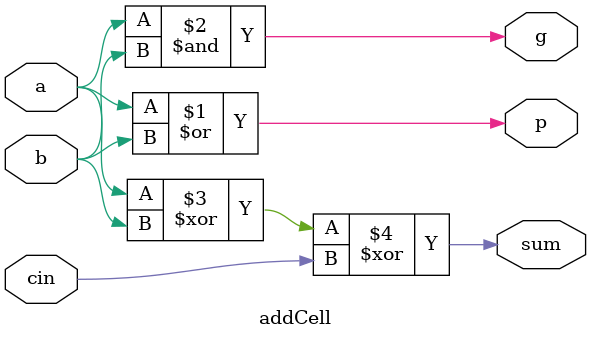
<source format=v>
/* Adder Cell */

module addCell(a, b, cin, p, g, sum);

	input a, b, cin;
	output sum, p, g;
	
	assign p = a | b;
	assign g = a & b;
	assign sum = a ^ b ^ cin;
	
endmodule
</source>
